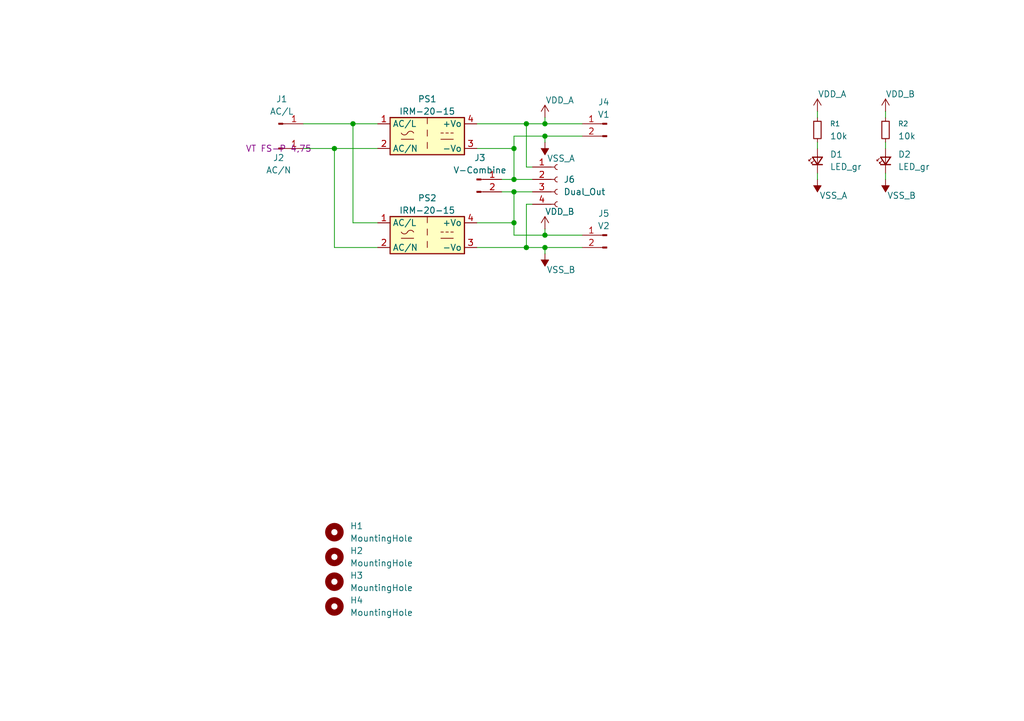
<source format=kicad_sch>
(kicad_sch (version 20250114) (generator "eeschema") (generator_version "9.0")
  (paper "A5")
  (lib_symbols
    (symbol "Connector:Conn_01x01_Pin" (pin_names (offset 1.016) (hide yes))
      (property "Reference" "J" (at 0 2.54 0))
      (property "Value" "Conn_01x01_Pin" (at 0 -2.54 0))
      (symbol "Conn_01x01_Pin_1_1"
        (rectangle (start 0.8636 0.127) (end 0 -0.127) (stroke (width 0.1524)) (fill (type outline)))
        (polyline (pts (xy 1.27 0) (xy 0.8636 0)) (stroke (width 0.1524)))
        (pin passive line (at 5.08 0 180) (length 3.81) (name "Pin_1") (number "1"))
      )
    )
    (symbol "Connector:Conn_01x02_Pin" (pin_names (offset 1.016) (hide yes))
      (property "Reference" "J" (at 0 2.54 0))
      (property "Value" "Conn_01x02_Pin" (at 0 -5.08 0))
      (symbol "Conn_01x02_Pin_1_1"
        (rectangle (start 0.8636 0.127) (end 0 -0.127) (stroke (width 0.1524)) (fill (type outline)))
        (rectangle (start 0.8636 -2.413) (end 0 -2.667) (stroke (width 0.1524)) (fill (type outline)))
        (polyline (pts (xy 1.27 0) (xy 0.8636 0)) (stroke (width 0.1524)))
        (polyline (pts (xy 1.27 -2.54) (xy 0.8636 -2.54)) (stroke (width 0.1524)))
        (pin passive line (at 5.08 0 180) (length 3.81) (name "Pin_1") (number "1"))
        (pin passive line (at 5.08 -2.54 180) (length 3.81) (name "Pin_2") (number "2"))
      )
    )
    (symbol "Connector:Conn_01x04_Socket" (pin_names (offset 1.016) (hide yes))
      (property "Reference" "J" (at 0 5.08 0))
      (property "Value" "Conn_01x04_Socket" (at 0 -7.62 0))
      (symbol "Conn_01x04_Socket_1_1"
        (polyline (pts (xy -1.27 2.54) (xy -0.508 2.54)) (stroke (width 0.1524)))
        (polyline (pts (xy -1.27 0) (xy -0.508 0)) (stroke (width 0.1524)))
        (polyline (pts (xy -1.27 -2.54) (xy -0.508 -2.54)) (stroke (width 0.1524)))
        (polyline (pts (xy -1.27 -5.08) (xy -0.508 -5.08)) (stroke (width 0.1524)))
        (arc (start 0 2.032) (mid -0.5058 2.54) (end 0 3.048) (stroke (width 0.1524)))
        (arc (start 0 -0.508) (mid -0.5058 0) (end 0 0.508) (stroke (width 0.1524)))
        (arc (start 0 -3.048) (mid -0.5058 -2.54) (end 0 -2.032) (stroke (width 0.1524)))
        (arc (start 0 -5.588) (mid -0.5058 -5.08) (end 0 -4.572) (stroke (width 0.1524)))
        (pin passive line (at -5.08 2.54 0) (length 3.81) (name "Pin_1") (number "1"))
        (pin passive line (at -5.08 0 0) (length 3.81) (name "Pin_2") (number "2"))
        (pin passive line (at -5.08 -2.54 0) (length 3.81) (name "Pin_3") (number "3"))
        (pin passive line (at -5.08 -5.08 0) (length 3.81) (name "Pin_4") (number "4"))
      )
    )
    (symbol "Converter_ACDC:IRM-20-15"
      (property "Reference" "PS" (at 0 5.08 0))
      (property "Value" "IRM-20-15" (at 0 -5.08 0))
      (symbol "IRM-20-15_0_1"
        (rectangle (start -7.62 3.81) (end 7.62 -3.81) (stroke (width 0.254)) (fill (type background)))
        (polyline (pts (xy -5.334 -0.635) (xy -2.794 -0.635)))
        (arc (start -4.064 0.635) (mid -4.699 0.2495) (end -5.334 0.635))
        (arc (start -4.064 0.635) (mid -3.429 1.0072) (end -2.794 0.635))
        (polyline (pts (xy 0 3.81) (xy 0 2.54)))
        (polyline (pts (xy 0 1.27) (xy 0 0)))
        (polyline (pts (xy 0 -1.27) (xy 0 -2.54)))
        (polyline (pts (xy 2.794 0.635) (xy 3.302 0.635)))
        (polyline (pts (xy 2.794 -0.635) (xy 5.334 -0.635)))
        (polyline (pts (xy 3.81 0.635) (xy 4.318 0.635)))
        (polyline (pts (xy 4.826 0.635) (xy 5.334 0.635)))
      )
      (symbol "IRM-20-15_1_1"
        (pin power_in line (at -10.16 2.54 0) (length 2.54) (name "AC/L") (number "1"))
        (pin power_in line (at -10.16 -2.54 0) (length 2.54) (name "AC/N") (number "2"))
        (pin power_out line (at 10.16 2.54 180) (length 2.54) (name "+Vo") (number "4"))
        (pin power_out line (at 10.16 -2.54 180) (length 2.54) (name "-Vo") (number "3"))
      )
    )
    (symbol "Device:LED_Small" (pin_numbers (hide yes)) (pin_names (offset 0.254) (hide yes))
      (property "Reference" "D" (at -1.27 3.175 0))
      (property "Value" "LED_Small" (at -4.445 -2.54 0))
      (symbol "LED_Small_0_1"
        (polyline (pts (xy -0.762 -1.016) (xy -0.762 1.016)) (stroke (width 0.254)))
        (polyline (pts (xy 0 0.762) (xy -0.508 1.27) (xy -0.254 1.27) (xy -0.508 1.27) (xy -0.508 1.016)))
        (polyline (pts (xy 0.508 1.27) (xy 0 1.778) (xy 0.254 1.778) (xy 0 1.778) (xy 0 1.524)))
        (polyline (pts (xy 0.762 -1.016) (xy -0.762 0) (xy 0.762 1.016) (xy 0.762 -1.016)) (stroke (width 0.254)))
        (polyline (pts (xy 1.016 0) (xy -0.762 0)))
      )
      (symbol "LED_Small_1_1"
        (pin passive line (at -2.54 0 0) (length 1.778) (name "K") (number "1"))
        (pin passive line (at 2.54 0 180) (length 1.778) (name "A") (number "2"))
      )
    )
    (symbol "Device:R_Small" (pin_numbers (hide yes)) (pin_names (offset 0.254) (hide yes))
      (property "Reference" "R" (at 0 0 90))
      (property "Value" "R_Small" (at 1.778 0 90))
      (symbol "R_Small_0_1"
        (rectangle (start -0.762 1.778) (end 0.762 -1.778) (stroke (width 0.2032)))
      )
      (symbol "R_Small_1_1"
        (pin passive line (at 0 2.54 270) (length 0.762) (name "~") (number "1"))
        (pin passive line (at 0 -2.54 90) (length 0.762) (name "~") (number "2"))
      )
    )
    (symbol "Mechanical:MountingHole" (pin_names (offset 1.016)) (exclude_from_sim yes) (in_bom no)
      (property "Reference" "H" (at 0 5.08 0))
      (property "Value" "MountingHole" (at 0 3.175 0))
      (symbol "MountingHole_0_1"
        (circle (center 0 0) (radius 1.27) (stroke (width 1.27)))
      )
    )
    (symbol "power:VDD" (power) (pin_numbers (hide yes)) (pin_names (offset 0) (hide yes))
      (property "Value" "VDD" (at 0 3.556 0))
      (symbol "VDD_0_1"
        (polyline (pts (xy -0.762 1.27) (xy 0 2.54)))
        (polyline (pts (xy 0 2.54) (xy 0.762 1.27)))
        (polyline (pts (xy 0 0) (xy 0 2.54)))
      )
      (symbol "VDD_1_1"
        (pin power_in line (at 0 0 90) (length 0) (name "~") (number "1"))
      )
    )
    (symbol "power:VSS" (power) (pin_numbers (hide yes)) (pin_names (offset 0) (hide yes))
      (property "Value" "VSS" (at 0 3.556 0))
      (symbol "VSS_0_1"
        (polyline (pts (xy 0 0) (xy 0 2.54)))
        (polyline (pts (xy 0.762 1.27) (xy -0.762 1.27) (xy 0 2.54) (xy 0.762 1.27)) (fill (type outline)))
      )
      (symbol "VSS_1_1"
        (pin power_in line (at 0 0 90) (length 0) (name "~") (number "1"))
      )
    )
  )
  (junction (at 68.58 30.48))
  (junction (at 111.76 25.4))
  (junction (at 105.41 30.48))
  (junction (at 107.95 50.8))
  (junction (at 111.76 27.94))
  (junction (at 72.39 25.4))
  (junction (at 107.95 25.4))
  (junction (at 111.76 50.8))
  (junction (at 105.41 39.37))
  (junction (at 105.41 36.83))
  (junction (at 111.76 48.26))
  (junction (at 105.41 45.72))
  (wire (pts (xy 72.39 45.72) (xy 77.47 45.72)))
  (wire (pts (xy 111.76 25.4) (xy 119.38 25.4)))
  (wire (pts (xy 181.61 29.21) (xy 181.61 30.48)))
  (wire (pts (xy 181.61 22.86) (xy 181.61 24.13)))
  (wire (pts (xy 105.41 48.26) (xy 105.41 45.72)))
  (wire (pts (xy 62.23 30.48) (xy 68.58 30.48)))
  (wire (pts (xy 105.41 36.83) (xy 102.87 36.83)))
  (wire (pts (xy 119.38 27.94) (xy 111.76 27.94)))
  (wire (pts (xy 167.64 35.56) (xy 167.64 36.83)))
  (wire (pts (xy 111.76 52.07) (xy 111.76 50.8)))
  (wire (pts (xy 167.64 29.21) (xy 167.64 30.48)))
  (wire (pts (xy 105.41 45.72) (xy 97.79 45.72)))
  (wire (pts (xy 111.76 27.94) (xy 111.76 29.21)))
  (wire (pts (xy 105.41 39.37) (xy 109.22 39.37)))
  (wire (pts (xy 72.39 25.4) (xy 72.39 45.72)))
  (wire (pts (xy 102.87 39.37) (xy 105.41 39.37)))
  (wire (pts (xy 68.58 30.48) (xy 77.47 30.48)))
  (wire (pts (xy 111.76 24.13) (xy 111.76 25.4)))
  (wire (pts (xy 105.41 27.94) (xy 105.41 30.48)))
  (wire (pts (xy 167.64 22.86) (xy 167.64 24.13)))
  (wire (pts (xy 111.76 48.26) (xy 119.38 48.26)))
  (wire (pts (xy 97.79 25.4) (xy 107.95 25.4)))
  (wire (pts (xy 97.79 50.8) (xy 107.95 50.8)))
  (wire (pts (xy 107.95 41.91) (xy 107.95 50.8)))
  (wire (pts (xy 111.76 46.99) (xy 111.76 48.26)))
  (wire (pts (xy 97.79 30.48) (xy 105.41 30.48)))
  (wire (pts (xy 107.95 25.4) (xy 111.76 25.4)))
  (wire (pts (xy 105.41 39.37) (xy 105.41 45.72)))
  (wire (pts (xy 68.58 30.48) (xy 68.58 50.8)))
  (wire (pts (xy 107.95 41.91) (xy 109.22 41.91)))
  (wire (pts (xy 72.39 25.4) (xy 77.47 25.4)))
  (wire (pts (xy 111.76 27.94) (xy 105.41 27.94)))
  (wire (pts (xy 107.95 34.29) (xy 109.22 34.29)))
  (wire (pts (xy 105.41 30.48) (xy 105.41 36.83)))
  (wire (pts (xy 107.95 50.8) (xy 111.76 50.8)))
  (wire (pts (xy 77.47 50.8) (xy 68.58 50.8)))
  (wire (pts (xy 105.41 48.26) (xy 111.76 48.26)))
  (wire (pts (xy 181.61 35.56) (xy 181.61 36.83)))
  (wire (pts (xy 105.41 36.83) (xy 109.22 36.83)))
  (wire (pts (xy 111.76 50.8) (xy 119.38 50.8)))
  (wire (pts (xy 62.23 25.4) (xy 72.39 25.4)))
  (wire (pts (xy 107.95 25.4) (xy 107.95 34.29)))
  (symbol (lib_id "Mechanical:MountingHole") (at 68.58 119.38 0) (unit 1) (exclude_from_sim yes) (in_bom no)
    (property "Reference" "H3" (at 71.755 118.1099 0) (effects (justify left)))
    (property "Value" "MountingHole" (at 71.755 120.6499 0) (effects (justify left)))
    (property "Footprint" "MountingHole:MountingHole_3.5mm" (effects (hide yes)))
    (property "Description" "Mounting Hole without connection" (effects (hide yes)))
  )
  (symbol (lib_id "Device:LED_Small") (at 181.61 33.02 90) (unit 1)
    (property "Reference" "D2" (at 184.15 31.6864 90) (effects (justify right)))
    (property "Value" "LED_gr" (at 184.15 34.2264 90) (effects (justify right)))
    (property "Footprint" "LED_SMD:LED_0805_2012Metric_Pad1.15x1.40mm_HandSolder" (effects (hide yes)))
    (property "Description" "Light emitting diode, small symbol" (effects (hide yes)))
    (property "Sim.Pin" "1=K 2=A" (effects (hide yes)))
  )
  (symbol (lib_id "power:VSS") (at 167.64 36.83 180) (unit 1)
    (property "Reference" "#PWR09" (effects (hide yes)))
    (property "Value" "VSS_A" (at 170.942 40.132 0))
    (property "Description" "Power symbol creates a global label with name \"VSS\"" (effects (hide yes)))
  )
  (symbol (lib_id "power:VDD") (at 111.76 24.13 0) (unit 1)
    (property "Reference" "#PWR04" (effects (hide yes)))
    (property "Value" "VDD_A" (at 114.808 20.574 0))
    (property "Description" "Power symbol creates a global label with name \"VDD\"" (effects (hide yes)))
  )
  (symbol (lib_id "Connector:Conn_01x02_Pin") (at 124.46 48.26 0) (mirror y) (unit 1)
    (property "Reference" "J5" (at 123.825 43.815 0))
    (property "Value" "V2" (at 123.825 46.355 0))
    (property "Footprint" "Connector_JST:JST_XH_B2B-XH-A_1x02_P2.50mm_Vertical" (effects (hide yes)))
    (property "Description" "Generic connector, single row, 01x02, script generated" (effects (hide yes)))
  )
  (symbol (lib_id "Mechanical:MountingHole") (at 68.58 124.46 0) (unit 1) (exclude_from_sim yes) (in_bom no)
    (property "Reference" "H4" (at 71.755 123.1899 0) (effects (justify left)))
    (property "Value" "MountingHole" (at 71.755 125.7299 0) (effects (justify left)))
    (property "Footprint" "MountingHole:MountingHole_3.5mm" (effects (hide yes)))
    (property "Description" "Mounting Hole without connection" (effects (hide yes)))
  )
  (symbol (lib_id "Mechanical:MountingHole") (at 68.58 114.3 0) (unit 1) (exclude_from_sim yes) (in_bom no)
    (property "Reference" "H2" (at 71.755 113.0299 0) (effects (justify left)))
    (property "Value" "MountingHole" (at 71.755 115.5699 0) (effects (justify left)))
    (property "Footprint" "MountingHole:MountingHole_3.5mm" (effects (hide yes)))
    (property "Description" "Mounting Hole without connection" (effects (hide yes)))
  )
  (symbol (lib_id "Mechanical:MountingHole") (at 68.58 109.22 0) (unit 1) (exclude_from_sim yes) (in_bom no)
    (property "Reference" "H1" (at 71.755 107.9499 0) (effects (justify left)))
    (property "Value" "MountingHole" (at 71.755 110.4899 0) (effects (justify left)))
    (property "Footprint" "MountingHole:MountingHole_3.5mm" (effects (hide yes)))
    (property "Description" "Mounting Hole without connection" (effects (hide yes)))
  )
  (symbol (lib_id "power:VSS") (at 181.61 36.83 180) (unit 1)
    (property "Reference" "#PWR010" (effects (hide yes)))
    (property "Value" "VSS_B" (at 184.912 40.132 0))
    (property "Description" "Power symbol creates a global label with name \"VSS\"" (effects (hide yes)))
  )
  (symbol (lib_id "Connector:Conn_01x01_Pin") (at 57.15 30.48 0) (unit 1)
    (property "Reference" "J2" (at 57.15 32.385 0))
    (property "Value" "AC/N" (at 57.15 34.925 0))
    (property "Footprint" "_lib:VT FS-P 4,75" (effects (hide yes)))
    (property "Description" "Generic connector, single row, 01x01, script generated" (effects (hide yes)))
    (property "Reichelt Nr." "VT FS-P 4,75" (at 57.15 30.48 0))
  )
  (symbol (lib_id "Connector:Conn_01x02_Pin") (at 124.46 25.4 0) (mirror y) (unit 1)
    (property "Reference" "J4" (at 123.825 20.955 0))
    (property "Value" "V1" (at 123.825 23.495 0))
    (property "Footprint" "Connector_JST:JST_XH_B2B-XH-A_1x02_P2.50mm_Vertical" (effects (hide yes)))
    (property "Description" "Generic connector, single row, 01x02, script generated" (effects (hide yes)))
  )
  (symbol (lib_id "Connector:Conn_01x02_Pin") (at 97.79 36.83 0) (unit 1)
    (property "Reference" "J3" (at 98.425 32.385 0))
    (property "Value" "V-Combine" (at 98.425 34.925 0))
    (property "Footprint" "Connector_PinHeader_2.54mm:PinHeader_1x02_P2.54mm_Vertical" (effects (hide yes)))
    (property "Description" "Generic connector, single row, 01x02, script generated" (effects (hide yes)))
  )
  (symbol (lib_id "Converter_ACDC:IRM-20-15") (at 87.63 27.94 0) (unit 1)
    (property "Reference" "PS1" (at 87.63 20.32 0))
    (property "Value" "IRM-20-15" (at 87.63 22.86 0))
    (property "Footprint" "_lib:IRM Kombi" (effects (hide yes)))
    (property "Datasheet" "http://www.meanwell.com/Upload/PDF/IRM-20/IRM-20-SPEC.PDF" (effects (hide yes)))
    (property "Description" "15V, 1.4A, 21W, Isolated, AC-DC, 219A(IRM20)" (effects (hide yes)))
    (property "Mouser-Nr." "709-IRM20-15 " (effects (hide yes)))
  )
  (symbol (lib_id "Device:R_Small") (at 181.61 26.67 0) (unit 1)
    (property "Reference" "R2" (at 184.15 25.3999 0) (effects (font (size 1.016 1.016)) (justify left)))
    (property "Value" "10k" (at 184.15 27.9399 0) (effects (justify left)))
    (property "Footprint" "Resistor_SMD:R_0805_2012Metric_Pad1.20x1.40mm_HandSolder" (effects (hide yes)))
    (property "Description" "Resistor, small symbol" (effects (hide yes)))
  )
  (symbol (lib_id "power:VDD") (at 167.64 22.86 0) (unit 1)
    (property "Reference" "#PWR05" (effects (hide yes)))
    (property "Value" "VDD_A" (at 170.688 19.304 0))
    (property "Description" "Power symbol creates a global label with name \"VDD\"" (effects (hide yes)))
  )
  (symbol (lib_id "power:VDD") (at 111.76 46.99 0) (unit 1)
    (property "Reference" "#PWR06" (effects (hide yes)))
    (property "Value" "VDD_B" (at 114.808 43.434 0))
    (property "Description" "Power symbol creates a global label with name \"VDD\"" (effects (hide yes)))
  )
  (symbol (lib_id "Connector:Conn_01x01_Pin") (at 57.15 25.4 0) (unit 1)
    (property "Reference" "J1" (at 57.785 20.32 0))
    (property "Value" "AC/L" (at 57.785 22.86 0))
    (property "Footprint" "_lib:VT FS-P 4,75" (effects (hide yes)))
    (property "Description" "Generic connector, single row, 01x01, script generated" (effects (hide yes)))
    (property "Reichelt Nr." "VT FS-P 4,75" (effects (hide yes)))
  )
  (symbol (lib_id "power:VDD") (at 181.61 22.86 0) (unit 1)
    (property "Reference" "#PWR08" (effects (hide yes)))
    (property "Value" "VDD_B" (at 184.658 19.304 0))
    (property "Description" "Power symbol creates a global label with name \"VDD\"" (effects (hide yes)))
  )
  (symbol (lib_id "Connector:Conn_01x04_Socket") (at 114.3 36.83 0) (unit 1)
    (property "Reference" "J6" (at 115.57 36.8299 0) (effects (justify left)))
    (property "Value" "Dual_Out" (at 115.57 39.3699 0) (effects (justify left)))
    (property "Footprint" "Connector_JST:JST_XH_B4B-XH-A_1x04_P2.50mm_Vertical" (effects (hide yes)))
    (property "Description" "Generic connector, single row, 01x04, script generated" (effects (hide yes)))
  )
  (symbol (lib_id "Device:LED_Small") (at 167.64 33.02 90) (unit 1)
    (property "Reference" "D1" (at 170.18 31.6864 90) (effects (justify right)))
    (property "Value" "LED_gr" (at 170.18 34.2264 90) (effects (justify right)))
    (property "Footprint" "LED_SMD:LED_0805_2012Metric_Pad1.15x1.40mm_HandSolder" (effects (hide yes)))
    (property "Description" "Light emitting diode, small symbol" (effects (hide yes)))
    (property "Sim.Pin" "1=K 2=A" (effects (hide yes)))
  )
  (symbol (lib_id "Device:R_Small") (at 167.64 26.67 0) (unit 1)
    (property "Reference" "R1" (at 170.18 25.3999 0) (effects (font (size 1.016 1.016)) (justify left)))
    (property "Value" "10k" (at 170.18 27.9399 0) (effects (justify left)))
    (property "Footprint" "Resistor_SMD:R_0805_2012Metric_Pad1.20x1.40mm_HandSolder" (effects (hide yes)))
    (property "Description" "Resistor, small symbol" (effects (hide yes)))
  )
  (symbol (lib_id "power:VSS") (at 111.76 52.07 180) (unit 1)
    (property "Reference" "#PWR03" (effects (hide yes)))
    (property "Value" "VSS_B" (at 115.062 55.372 0))
    (property "Description" "Power symbol creates a global label with name \"VSS\"" (effects (hide yes)))
  )
  (symbol (lib_id "Converter_ACDC:IRM-20-15") (at 87.63 48.26 0) (unit 1)
    (property "Reference" "PS2" (at 87.63 40.64 0))
    (property "Value" "IRM-20-15" (at 87.63 43.18 0))
    (property "Footprint" "_lib:IRM Kombi" (effects (hide yes)))
    (property "Datasheet" "http://www.meanwell.com/Upload/PDF/IRM-20/IRM-20-SPEC.PDF" (effects (hide yes)))
    (property "Description" "15V, 1.4A, 21W, Isolated, AC-DC, 219A(IRM20)" (effects (hide yes)))
    (property "Mouser-Nr." " 709-IRM20-15 " (effects (hide yes)))
  )
  (symbol (lib_id "power:VSS") (at 111.76 29.21 180) (unit 1)
    (property "Reference" "#PWR07" (effects (hide yes)))
    (property "Value" "VSS_A" (at 115.062 32.512 0))
    (property "Description" "Power symbol creates a global label with name \"VSS\"" (effects (hide yes)))
  )
)
</source>
